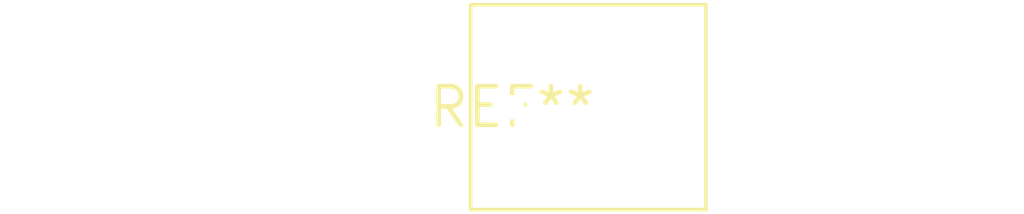
<source format=kicad_pcb>
(kicad_pcb (version 20240108) (generator pcbnew)
  (layers (0 "F.Cu" signal) (31 "B.Cu" signal) (34 "B.Paste" user) (35 "F.Paste" user) (36 "B.SilkS" user "B.Silkscreen") (37 "F.SilkS" user "F.Silkscreen") (38 "B.Mask" user) (39 "F.Mask" user) (44 "Edge.Cuts" user))
  (net 0 "")
  (footprint "C_Rect_L7.5mm_W6.5mm_P5.00mm" (layer "F.Cu") (at 0 0)
    (property "Reference" "REF**")
    (property "Value" "C_Rect_L7.5mm_W6.5mm_P5.00mm")
    (fp_line (start -1.37 -3.37) (end -1.37 3.37) (layer "F.SilkS") (stroke (width 0.12)))
    (fp_line (start -1.37 -3.37) (end 6.37 -3.37) (layer "F.SilkS") (stroke (width 0.12)))
    (fp_line (start -1.37 3.37) (end 6.37 3.37) (layer "F.SilkS") (stroke (width 0.12)))
    (fp_line (start 6.37 -3.37) (end 6.37 3.37) (layer "F.SilkS") (stroke (width 0.12)))
    (pad "1" thru_hole circle (at 0 0) (size 1.6 1.6) (drill 0.8) (layers *.Cu *.Mask) (remove_unused_layers))
    (pad "2" thru_hole circle (at 5 0) (size 1.6 1.6) (drill 0.8) (layers *.Cu *.Mask) (remove_unused_layers))
  )
)
</source>
